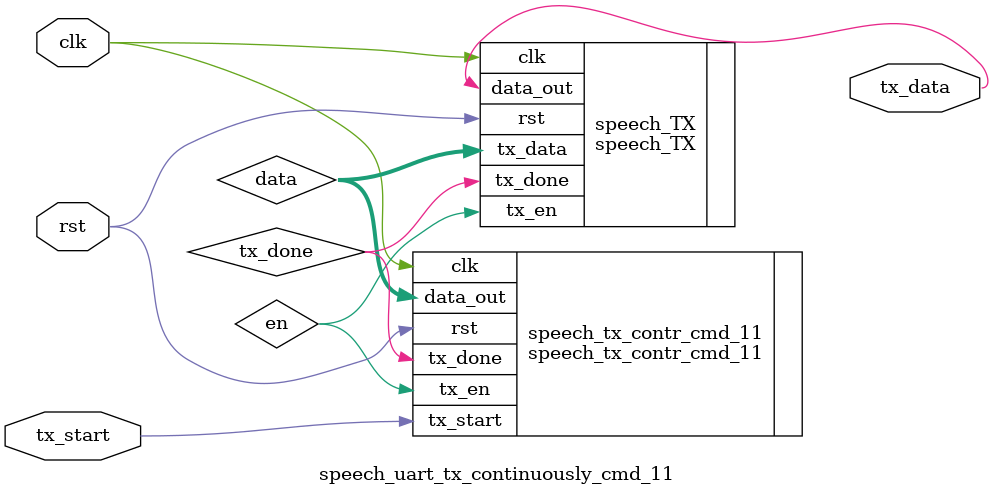
<source format=v>
`timescale 1ns / 1ps
module speech_uart_tx_continuously_cmd_11(
	input clk,
	input rst,
	input tx_start,
	output tx_data
    );
	
	wire [7:0] data;
	wire en;
	wire tx_done;

	
	
	speech_TX speech_TX(
    .clk(clk),
    .rst(rst),
    .tx_data(data),
    .tx_en(en),
	.tx_done(tx_done),
    .data_out(tx_data)
    );
	
	
	speech_tx_contr_cmd_11 speech_tx_contr_cmd_11(
	.clk(clk),
	.rst(rst),
	.tx_start(tx_start),
	.tx_done(tx_done),
	.tx_en(en),
	.data_out(data)
    );

endmodule

</source>
